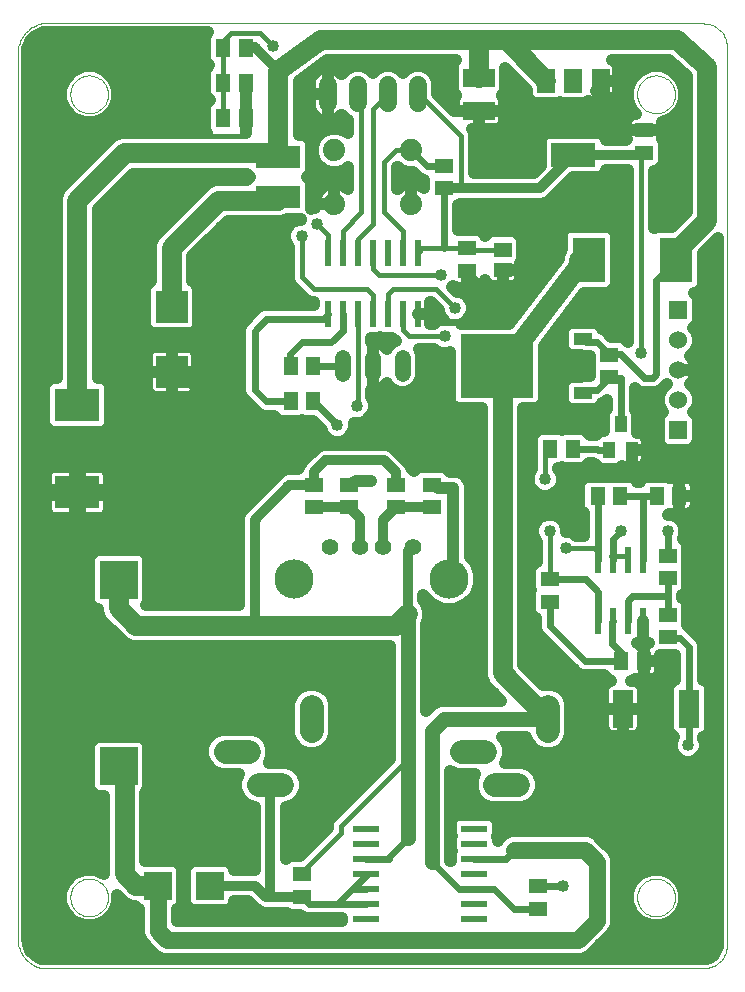
<source format=gtl>
G75*
G70*
%OFA0B0*%
%FSLAX24Y24*%
%IPPOS*%
%LPD*%
%AMOC8*
5,1,8,0,0,1.08239X$1,22.5*
%
%ADD10C,0.0000*%
%ADD11C,0.0787*%
%ADD12C,0.1306*%
%ADD13C,0.0554*%
%ADD14C,0.0520*%
%ADD15R,0.0600X0.0600*%
%ADD16C,0.0600*%
%ADD17R,0.1063X0.1063*%
%ADD18R,0.0591X0.0512*%
%ADD19R,0.0512X0.0591*%
%ADD20C,0.0740*%
%ADD21R,0.1500X0.0760*%
%ADD22R,0.0236X0.0866*%
%ADD23R,0.0866X0.0236*%
%ADD24R,0.1260X0.1260*%
%ADD25R,0.2441X0.2126*%
%ADD26R,0.0630X0.0394*%
%ADD27R,0.0394X0.0551*%
%ADD28R,0.0709X0.1260*%
%ADD29C,0.0600*%
%ADD30R,0.0591X0.0787*%
%ADD31R,0.1496X0.0787*%
%ADD32R,0.1102X0.1496*%
%ADD33R,0.1496X0.1102*%
%ADD34R,0.1063X0.0630*%
%ADD35R,0.0945X0.0945*%
%ADD36C,0.0160*%
%ADD37C,0.0240*%
%ADD38C,0.0320*%
%ADD39C,0.0150*%
%ADD40C,0.0400*%
%ADD41C,0.0400*%
%ADD42C,0.0660*%
%ADD43C,0.0500*%
%ADD44C,0.0560*%
D10*
X015719Y008027D02*
X015719Y037160D01*
X015718Y037160D02*
X015708Y037220D01*
X015702Y037280D01*
X015699Y037341D01*
X015700Y037401D01*
X015704Y037462D01*
X015713Y037522D01*
X015724Y037581D01*
X015740Y037640D01*
X015759Y037698D01*
X015781Y037754D01*
X015807Y037809D01*
X015836Y037862D01*
X015868Y037914D01*
X015903Y037963D01*
X015941Y038011D01*
X015982Y038055D01*
X016025Y038098D01*
X016071Y038137D01*
X016119Y038174D01*
X016170Y038208D01*
X016222Y038238D01*
X016276Y038266D01*
X016332Y038290D01*
X016389Y038311D01*
X016447Y038328D01*
X016506Y038342D01*
X038553Y038342D01*
X038553Y038341D02*
X038607Y038339D01*
X038660Y038334D01*
X038713Y038325D01*
X038765Y038312D01*
X038817Y038296D01*
X038867Y038276D01*
X038915Y038253D01*
X038962Y038226D01*
X039007Y038197D01*
X039050Y038164D01*
X039090Y038129D01*
X039128Y038091D01*
X039163Y038051D01*
X039196Y038008D01*
X039225Y037963D01*
X039252Y037916D01*
X039275Y037868D01*
X039295Y037818D01*
X039311Y037766D01*
X039324Y037714D01*
X039333Y037661D01*
X039338Y037608D01*
X039340Y037554D01*
X039341Y037554D02*
X039341Y007633D01*
X039340Y007633D02*
X039338Y007579D01*
X039333Y007526D01*
X039324Y007473D01*
X039311Y007421D01*
X039295Y007369D01*
X039275Y007319D01*
X039252Y007271D01*
X039225Y007224D01*
X039196Y007179D01*
X039163Y007136D01*
X039128Y007096D01*
X039090Y007058D01*
X039050Y007023D01*
X039007Y006990D01*
X038962Y006961D01*
X038915Y006934D01*
X038867Y006911D01*
X038817Y006891D01*
X038765Y006875D01*
X038713Y006862D01*
X038660Y006853D01*
X038607Y006848D01*
X038553Y006846D01*
X016506Y006846D01*
X016506Y006845D02*
X016447Y006859D01*
X016389Y006876D01*
X016332Y006897D01*
X016276Y006921D01*
X016222Y006949D01*
X016170Y006979D01*
X016119Y007013D01*
X016071Y007050D01*
X016025Y007089D01*
X015982Y007132D01*
X015941Y007176D01*
X015903Y007224D01*
X015868Y007273D01*
X015836Y007325D01*
X015807Y007378D01*
X015781Y007433D01*
X015759Y007489D01*
X015740Y007547D01*
X015724Y007606D01*
X015713Y007665D01*
X015704Y007725D01*
X015700Y007786D01*
X015699Y007846D01*
X015702Y007907D01*
X015708Y007967D01*
X015718Y008027D01*
X017451Y009208D02*
X017453Y009258D01*
X017459Y009308D01*
X017469Y009357D01*
X017483Y009405D01*
X017500Y009452D01*
X017521Y009497D01*
X017546Y009541D01*
X017574Y009582D01*
X017606Y009621D01*
X017640Y009658D01*
X017677Y009692D01*
X017717Y009722D01*
X017759Y009749D01*
X017803Y009773D01*
X017849Y009794D01*
X017896Y009810D01*
X017944Y009823D01*
X017994Y009832D01*
X018043Y009837D01*
X018094Y009838D01*
X018144Y009835D01*
X018193Y009828D01*
X018242Y009817D01*
X018290Y009802D01*
X018336Y009784D01*
X018381Y009762D01*
X018424Y009736D01*
X018465Y009707D01*
X018504Y009675D01*
X018540Y009640D01*
X018572Y009602D01*
X018602Y009562D01*
X018629Y009519D01*
X018652Y009475D01*
X018671Y009429D01*
X018687Y009381D01*
X018699Y009332D01*
X018707Y009283D01*
X018711Y009233D01*
X018711Y009183D01*
X018707Y009133D01*
X018699Y009084D01*
X018687Y009035D01*
X018671Y008987D01*
X018652Y008941D01*
X018629Y008897D01*
X018602Y008854D01*
X018572Y008814D01*
X018540Y008776D01*
X018504Y008741D01*
X018465Y008709D01*
X018424Y008680D01*
X018381Y008654D01*
X018336Y008632D01*
X018290Y008614D01*
X018242Y008599D01*
X018193Y008588D01*
X018144Y008581D01*
X018094Y008578D01*
X018043Y008579D01*
X017994Y008584D01*
X017944Y008593D01*
X017896Y008606D01*
X017849Y008622D01*
X017803Y008643D01*
X017759Y008667D01*
X017717Y008694D01*
X017677Y008724D01*
X017640Y008758D01*
X017606Y008795D01*
X017574Y008834D01*
X017546Y008875D01*
X017521Y008919D01*
X017500Y008964D01*
X017483Y009011D01*
X017469Y009059D01*
X017459Y009108D01*
X017453Y009158D01*
X017451Y009208D01*
X036349Y009208D02*
X036351Y009258D01*
X036357Y009308D01*
X036367Y009357D01*
X036381Y009405D01*
X036398Y009452D01*
X036419Y009497D01*
X036444Y009541D01*
X036472Y009582D01*
X036504Y009621D01*
X036538Y009658D01*
X036575Y009692D01*
X036615Y009722D01*
X036657Y009749D01*
X036701Y009773D01*
X036747Y009794D01*
X036794Y009810D01*
X036842Y009823D01*
X036892Y009832D01*
X036941Y009837D01*
X036992Y009838D01*
X037042Y009835D01*
X037091Y009828D01*
X037140Y009817D01*
X037188Y009802D01*
X037234Y009784D01*
X037279Y009762D01*
X037322Y009736D01*
X037363Y009707D01*
X037402Y009675D01*
X037438Y009640D01*
X037470Y009602D01*
X037500Y009562D01*
X037527Y009519D01*
X037550Y009475D01*
X037569Y009429D01*
X037585Y009381D01*
X037597Y009332D01*
X037605Y009283D01*
X037609Y009233D01*
X037609Y009183D01*
X037605Y009133D01*
X037597Y009084D01*
X037585Y009035D01*
X037569Y008987D01*
X037550Y008941D01*
X037527Y008897D01*
X037500Y008854D01*
X037470Y008814D01*
X037438Y008776D01*
X037402Y008741D01*
X037363Y008709D01*
X037322Y008680D01*
X037279Y008654D01*
X037234Y008632D01*
X037188Y008614D01*
X037140Y008599D01*
X037091Y008588D01*
X037042Y008581D01*
X036992Y008578D01*
X036941Y008579D01*
X036892Y008584D01*
X036842Y008593D01*
X036794Y008606D01*
X036747Y008622D01*
X036701Y008643D01*
X036657Y008667D01*
X036615Y008694D01*
X036575Y008724D01*
X036538Y008758D01*
X036504Y008795D01*
X036472Y008834D01*
X036444Y008875D01*
X036419Y008919D01*
X036398Y008964D01*
X036381Y009011D01*
X036367Y009059D01*
X036357Y009108D01*
X036351Y009158D01*
X036349Y009208D01*
X036349Y035979D02*
X036351Y036029D01*
X036357Y036079D01*
X036367Y036128D01*
X036381Y036176D01*
X036398Y036223D01*
X036419Y036268D01*
X036444Y036312D01*
X036472Y036353D01*
X036504Y036392D01*
X036538Y036429D01*
X036575Y036463D01*
X036615Y036493D01*
X036657Y036520D01*
X036701Y036544D01*
X036747Y036565D01*
X036794Y036581D01*
X036842Y036594D01*
X036892Y036603D01*
X036941Y036608D01*
X036992Y036609D01*
X037042Y036606D01*
X037091Y036599D01*
X037140Y036588D01*
X037188Y036573D01*
X037234Y036555D01*
X037279Y036533D01*
X037322Y036507D01*
X037363Y036478D01*
X037402Y036446D01*
X037438Y036411D01*
X037470Y036373D01*
X037500Y036333D01*
X037527Y036290D01*
X037550Y036246D01*
X037569Y036200D01*
X037585Y036152D01*
X037597Y036103D01*
X037605Y036054D01*
X037609Y036004D01*
X037609Y035954D01*
X037605Y035904D01*
X037597Y035855D01*
X037585Y035806D01*
X037569Y035758D01*
X037550Y035712D01*
X037527Y035668D01*
X037500Y035625D01*
X037470Y035585D01*
X037438Y035547D01*
X037402Y035512D01*
X037363Y035480D01*
X037322Y035451D01*
X037279Y035425D01*
X037234Y035403D01*
X037188Y035385D01*
X037140Y035370D01*
X037091Y035359D01*
X037042Y035352D01*
X036992Y035349D01*
X036941Y035350D01*
X036892Y035355D01*
X036842Y035364D01*
X036794Y035377D01*
X036747Y035393D01*
X036701Y035414D01*
X036657Y035438D01*
X036615Y035465D01*
X036575Y035495D01*
X036538Y035529D01*
X036504Y035566D01*
X036472Y035605D01*
X036444Y035646D01*
X036419Y035690D01*
X036398Y035735D01*
X036381Y035782D01*
X036367Y035830D01*
X036357Y035879D01*
X036351Y035929D01*
X036349Y035979D01*
X017451Y035979D02*
X017453Y036029D01*
X017459Y036079D01*
X017469Y036128D01*
X017483Y036176D01*
X017500Y036223D01*
X017521Y036268D01*
X017546Y036312D01*
X017574Y036353D01*
X017606Y036392D01*
X017640Y036429D01*
X017677Y036463D01*
X017717Y036493D01*
X017759Y036520D01*
X017803Y036544D01*
X017849Y036565D01*
X017896Y036581D01*
X017944Y036594D01*
X017994Y036603D01*
X018043Y036608D01*
X018094Y036609D01*
X018144Y036606D01*
X018193Y036599D01*
X018242Y036588D01*
X018290Y036573D01*
X018336Y036555D01*
X018381Y036533D01*
X018424Y036507D01*
X018465Y036478D01*
X018504Y036446D01*
X018540Y036411D01*
X018572Y036373D01*
X018602Y036333D01*
X018629Y036290D01*
X018652Y036246D01*
X018671Y036200D01*
X018687Y036152D01*
X018699Y036103D01*
X018707Y036054D01*
X018711Y036004D01*
X018711Y035954D01*
X018707Y035904D01*
X018699Y035855D01*
X018687Y035806D01*
X018671Y035758D01*
X018652Y035712D01*
X018629Y035668D01*
X018602Y035625D01*
X018572Y035585D01*
X018540Y035547D01*
X018504Y035512D01*
X018465Y035480D01*
X018424Y035451D01*
X018381Y035425D01*
X018336Y035403D01*
X018290Y035385D01*
X018242Y035370D01*
X018193Y035359D01*
X018144Y035352D01*
X018094Y035349D01*
X018043Y035350D01*
X017994Y035355D01*
X017944Y035364D01*
X017896Y035377D01*
X017849Y035393D01*
X017803Y035414D01*
X017759Y035438D01*
X017717Y035465D01*
X017677Y035495D01*
X017640Y035529D01*
X017606Y035566D01*
X017574Y035605D01*
X017546Y035646D01*
X017521Y035690D01*
X017500Y035735D01*
X017483Y035782D01*
X017469Y035830D01*
X017459Y035879D01*
X017453Y035929D01*
X017451Y035979D01*
D11*
X025500Y015558D02*
X025500Y014771D01*
X024516Y012960D02*
X023729Y012960D01*
X023414Y014062D02*
X022626Y014062D01*
X030500Y014062D02*
X031288Y014062D01*
X031603Y012960D02*
X032390Y012960D01*
X033374Y014771D02*
X033374Y015558D01*
D12*
X030077Y019834D03*
X024904Y019834D03*
D13*
X026112Y020901D03*
X027097Y020901D03*
X027884Y020901D03*
X028868Y020901D03*
D14*
X028530Y026664D02*
X028530Y027184D01*
X027530Y027184D02*
X027530Y026664D01*
X026530Y026664D02*
X026530Y027184D01*
D15*
X037715Y028790D03*
X037715Y024790D03*
D16*
X037715Y025790D03*
X037715Y026790D03*
X037715Y027790D03*
D17*
X020837Y026727D03*
X020837Y028893D03*
D18*
X025561Y022968D03*
X025561Y022220D03*
X026742Y022220D03*
X026742Y022968D03*
X028317Y022968D03*
X028317Y022220D03*
X029498Y022220D03*
X029498Y022968D03*
X033435Y019818D03*
X033435Y019070D03*
X037372Y018637D03*
X037372Y017889D03*
X037372Y019857D03*
X037372Y020605D03*
X035404Y026550D03*
X035404Y027298D03*
X031860Y030133D03*
X031860Y030802D03*
X030679Y030842D03*
X030679Y030094D03*
X029892Y032849D03*
X029892Y033598D03*
X036585Y034031D03*
X036585Y034779D03*
X033042Y009582D03*
X033042Y008834D03*
X025168Y009227D03*
X025168Y009975D03*
D19*
X035817Y017082D03*
X036565Y017082D03*
X036998Y022594D03*
X037746Y022594D03*
X035778Y022594D03*
X035030Y022594D03*
X034203Y024168D03*
X033455Y024168D03*
X025542Y025743D03*
X024794Y025743D03*
X024794Y026924D03*
X025542Y026924D03*
X023298Y035192D03*
X022549Y035192D03*
X022549Y036373D03*
X023298Y036373D03*
X023298Y037515D03*
X022549Y037515D03*
D20*
X026250Y034113D03*
X026250Y032333D03*
X028810Y032333D03*
X028810Y034113D03*
D21*
X024380Y033893D03*
X024380Y032554D03*
D22*
X026030Y030704D03*
X026530Y030704D03*
X027030Y030704D03*
X027530Y030704D03*
X028030Y030704D03*
X028530Y030704D03*
X029030Y030704D03*
X029030Y028657D03*
X028530Y028657D03*
X028030Y028657D03*
X027530Y028657D03*
X027030Y028657D03*
X026530Y028657D03*
X026030Y028657D03*
X035048Y020468D03*
X035548Y020468D03*
X036048Y020468D03*
X036548Y020468D03*
X036548Y018420D03*
X036048Y018420D03*
X035548Y018420D03*
X035048Y018420D03*
D23*
X030916Y011495D03*
X030916Y010995D03*
X030916Y010495D03*
X030916Y009995D03*
X030916Y009495D03*
X030916Y008995D03*
X030916Y008495D03*
X027294Y008495D03*
X027294Y008995D03*
X027294Y009495D03*
X027294Y009995D03*
X027294Y010495D03*
X027294Y010995D03*
X027294Y011495D03*
D24*
X019065Y013578D03*
X019065Y019798D03*
D25*
X031664Y026924D03*
D26*
X034538Y026027D03*
X034538Y027822D03*
D27*
X035798Y024995D03*
X036172Y024129D03*
X035423Y024129D03*
D28*
X035876Y015507D03*
X038081Y015507D03*
D29*
X029030Y035679D02*
X029030Y036279D01*
X028030Y036279D02*
X028030Y035679D01*
X027030Y035679D02*
X027030Y036279D01*
X026030Y036279D02*
X026030Y035679D01*
D30*
X033317Y036432D03*
X034223Y036432D03*
X035128Y036432D03*
D31*
X034223Y033952D03*
D32*
X034735Y030468D03*
X037648Y030468D03*
D33*
X017687Y025625D03*
X017687Y022712D03*
D34*
X031073Y035428D03*
X031073Y036531D03*
D35*
X022097Y009601D03*
X020364Y009601D03*
D36*
X033435Y019818D02*
X033435Y021412D01*
X033278Y023145D02*
X033278Y023991D01*
X033455Y024168D01*
X029931Y027909D02*
X028750Y027909D01*
X028530Y028129D01*
X028530Y028657D01*
X028030Y028657D02*
X028030Y029314D01*
X028199Y029483D01*
X029656Y029483D01*
X030286Y028853D01*
X029813Y029956D02*
X027727Y029956D01*
X027530Y030153D01*
X027530Y030704D01*
X027030Y030704D02*
X027030Y031149D01*
X027530Y031649D01*
X027530Y035479D01*
X028030Y035979D01*
X027136Y035873D02*
X027030Y035979D01*
X027136Y035873D02*
X027136Y032042D01*
X026530Y031436D01*
X026530Y030704D01*
X026030Y030704D02*
X026030Y031298D01*
X025679Y031649D01*
X025168Y031255D02*
X025168Y029877D01*
X025561Y029483D01*
X027333Y029483D01*
X027530Y029286D01*
X027530Y028657D01*
X027030Y028657D02*
X027030Y025991D01*
X027018Y025586D01*
X028530Y030704D02*
X028530Y031436D01*
X027923Y032042D01*
X027923Y033720D01*
X028317Y034113D01*
X028810Y034113D01*
X029187Y030861D02*
X029030Y030704D01*
X029187Y030861D02*
X029892Y030861D01*
X030679Y030861D01*
X030679Y030842D01*
X030719Y030802D01*
X031860Y030802D01*
X024223Y037594D02*
X023790Y038027D01*
X022805Y038027D01*
X022549Y037771D01*
X022549Y037515D01*
X022549Y036373D01*
X022549Y035192D01*
X023160Y034601D02*
X020443Y034601D01*
X019971Y035074D01*
X023160Y034601D02*
X023298Y034739D01*
X023298Y036373D01*
D37*
X028810Y034113D02*
X029326Y033598D01*
X029892Y033598D01*
X029892Y032849D02*
X029892Y030861D01*
X030679Y030094D02*
X031309Y029464D01*
X031309Y029129D01*
X030916Y028735D01*
X030916Y028499D01*
X030798Y028381D01*
X029971Y028381D01*
X029892Y028460D01*
X029892Y028499D01*
X029735Y028657D01*
X029030Y028657D01*
X026530Y028657D02*
X026530Y028090D01*
X026152Y027712D01*
X025168Y027712D01*
X024774Y027318D01*
X024774Y026944D01*
X024794Y026924D01*
X025542Y026924D02*
X026530Y026924D01*
X025561Y025743D02*
X026349Y024956D01*
X025561Y025743D02*
X025542Y025743D01*
X024794Y025743D02*
X023986Y025743D01*
X023593Y026137D01*
X023593Y028105D01*
X023986Y028499D01*
X025872Y028499D01*
X026030Y028657D01*
X032648Y031649D02*
X033042Y031649D01*
X034420Y030468D02*
X034735Y030468D01*
X036979Y029798D02*
X037648Y030468D01*
X036979Y029798D02*
X036979Y026649D01*
X036860Y026531D01*
X036585Y026531D01*
X035798Y027318D01*
X035423Y027318D01*
X035404Y027298D01*
X035404Y027318D01*
X035010Y027712D01*
X034648Y027712D01*
X034538Y027822D01*
X035404Y026550D02*
X035404Y026531D01*
X035798Y026531D01*
X035798Y024995D01*
X035423Y024129D02*
X035049Y024129D01*
X035010Y024168D01*
X034203Y024168D01*
X035030Y022594D02*
X035030Y020485D01*
X035048Y020468D01*
X035548Y020468D02*
X035548Y021162D01*
X035798Y021412D01*
X036548Y020468D02*
X036548Y022556D01*
X036585Y022594D01*
X035778Y022594D01*
X036585Y022594D02*
X036998Y022594D01*
X037372Y021412D02*
X037372Y020605D01*
X037372Y019857D02*
X037372Y019247D01*
X036191Y019247D01*
X036048Y019103D01*
X036048Y018420D01*
X035548Y018420D02*
X035522Y018395D01*
X035522Y017672D01*
X035817Y017377D01*
X035817Y017082D01*
X034616Y017082D01*
X033435Y018263D01*
X033435Y019070D01*
X033435Y019818D02*
X034636Y019818D01*
X035048Y019407D01*
X035048Y018420D01*
X037372Y018637D02*
X037372Y019247D01*
X037372Y017889D02*
X037392Y017869D01*
X037766Y017869D01*
X038081Y017554D01*
X038081Y015507D01*
X038081Y014326D01*
X038042Y014286D01*
X033868Y009601D02*
X033849Y009582D01*
X033042Y009582D01*
X033042Y008834D02*
X033022Y008814D01*
X032254Y008814D01*
X031573Y009495D01*
X030916Y009495D01*
X030392Y009495D01*
X029498Y010389D01*
X028711Y011176D02*
X028081Y010546D01*
X028081Y010507D01*
X028069Y010495D01*
X027294Y010495D01*
X027294Y009995D02*
X027294Y009940D01*
X026849Y009495D01*
X026349Y008995D01*
X025400Y008995D01*
X025168Y009227D01*
X026349Y008995D02*
X027294Y008995D01*
X027294Y009495D02*
X026849Y009495D01*
X030916Y010495D02*
X031967Y010495D01*
X032254Y010783D01*
X034538Y026027D02*
X034648Y026137D01*
X035010Y026137D01*
X035404Y026531D01*
D38*
X033120Y032849D02*
X030469Y032849D01*
X029892Y032849D01*
X033120Y032849D02*
X034223Y033952D01*
X036506Y033952D01*
X036585Y034031D01*
X027923Y023775D02*
X025955Y023775D01*
X025561Y023381D01*
X025561Y022968D01*
X024754Y022968D01*
X023593Y021806D01*
X023593Y018263D01*
X027097Y020901D02*
X027097Y021865D01*
X026742Y022220D01*
X025561Y022220D01*
X027884Y021786D02*
X027884Y020901D01*
X028711Y020743D02*
X028868Y020901D01*
X028711Y020743D02*
X028711Y018657D01*
X027884Y021786D02*
X028317Y022220D01*
X029498Y022220D01*
X028317Y022968D02*
X028317Y023381D01*
X027923Y023775D01*
X024122Y012960D02*
X024122Y009344D01*
X023986Y009208D01*
X025148Y009208D01*
X025168Y009227D01*
X023986Y009208D02*
X023593Y009601D01*
X022097Y009601D01*
X024380Y036767D02*
X023593Y037554D01*
X023298Y037515D01*
D39*
X029030Y035979D02*
X029219Y035846D01*
X030469Y034596D01*
X030469Y032849D01*
X030469Y032846D01*
X036469Y033846D02*
X036469Y027346D01*
X036469Y033846D02*
X036585Y034031D01*
X034969Y020846D02*
X033969Y020846D01*
X034969Y020846D02*
X035048Y020468D01*
X035469Y020596D02*
X035548Y020468D01*
X035469Y020596D02*
X035969Y020596D01*
X036048Y020468D01*
X028711Y013596D02*
X028469Y013596D01*
X026469Y011596D01*
X026469Y011346D01*
X025219Y010096D01*
X025168Y009975D01*
D40*
X033868Y009601D03*
X038042Y014286D03*
X033969Y020846D03*
X033435Y021412D03*
X033278Y023145D03*
X035798Y021412D03*
X037372Y021412D03*
X036469Y027346D03*
X032648Y031649D03*
X029813Y029956D03*
X030286Y028853D03*
X029931Y027909D03*
X027018Y025586D03*
X026349Y024956D03*
X027469Y023096D03*
X025168Y031255D03*
X025679Y031649D03*
X024223Y037594D03*
D41*
X025060Y036419D02*
X026017Y037110D01*
X030312Y037110D01*
X030245Y037044D01*
X030192Y036915D01*
X030192Y036146D01*
X030245Y036017D01*
X030318Y035944D01*
X030309Y035934D01*
X030276Y035885D01*
X030253Y035831D01*
X030242Y035773D01*
X030242Y035428D01*
X030242Y035424D01*
X029680Y035986D01*
X029680Y036409D01*
X029581Y036648D01*
X029398Y036830D01*
X029159Y036929D01*
X028900Y036929D01*
X028662Y036830D01*
X028530Y036699D01*
X028398Y036830D01*
X028159Y036929D01*
X027900Y036929D01*
X027662Y036830D01*
X027530Y036699D01*
X027398Y036830D01*
X027159Y036929D01*
X026900Y036929D01*
X026662Y036830D01*
X026493Y036662D01*
X026487Y036670D01*
X026421Y036737D01*
X026344Y036793D01*
X026260Y036835D01*
X026170Y036865D01*
X026077Y036879D01*
X026030Y036879D01*
X026030Y035979D01*
X026030Y035079D01*
X026077Y035079D01*
X026170Y035094D01*
X026260Y035123D01*
X026344Y035166D01*
X026421Y035222D01*
X026487Y035289D01*
X026493Y035297D01*
X026662Y035128D01*
X026706Y035110D01*
X026706Y034675D01*
X026658Y034724D01*
X026393Y034833D01*
X026107Y034833D01*
X025842Y034724D01*
X025639Y034521D01*
X025530Y034257D01*
X025530Y033970D01*
X025639Y033706D01*
X025842Y033503D01*
X026107Y033393D01*
X026393Y033393D01*
X026658Y033503D01*
X026706Y033552D01*
X026706Y032825D01*
X026692Y032838D01*
X026623Y032892D01*
X026547Y032936D01*
X026466Y032969D01*
X026381Y032992D01*
X026294Y033003D01*
X026250Y033003D01*
X026250Y032334D01*
X026250Y032334D01*
X026250Y033003D01*
X026206Y033003D01*
X026119Y032992D01*
X026034Y032969D01*
X025953Y032936D01*
X025877Y032892D01*
X025807Y032838D01*
X025745Y032776D01*
X025692Y032707D01*
X025648Y032630D01*
X025614Y032549D01*
X025591Y032464D01*
X025580Y032377D01*
X025580Y032333D01*
X025580Y032290D01*
X025591Y032203D01*
X025592Y032199D01*
X025570Y032199D01*
X025480Y032161D01*
X025480Y033004D01*
X025427Y033132D01*
X025336Y033223D01*
X025427Y033315D01*
X025480Y033443D01*
X025480Y034342D01*
X025565Y034342D01*
X025480Y034342D02*
X025427Y034471D01*
X025328Y034569D01*
X025200Y034623D01*
X025060Y034623D01*
X025060Y036419D01*
X025060Y036335D02*
X025431Y036335D01*
X025430Y036327D02*
X025430Y035979D01*
X025430Y035632D01*
X025445Y035539D01*
X025474Y035449D01*
X025517Y035365D01*
X025572Y035289D01*
X025639Y035222D01*
X025715Y035166D01*
X025799Y035123D01*
X025889Y035094D01*
X025983Y035079D01*
X026030Y035079D01*
X026030Y035979D01*
X026030Y035979D01*
X025430Y035979D01*
X026030Y035979D01*
X026030Y035979D01*
X026030Y035979D01*
X026030Y036879D01*
X025983Y036879D01*
X025889Y036865D01*
X025799Y036835D01*
X025715Y036793D01*
X025639Y036737D01*
X025572Y036670D01*
X025517Y036594D01*
X025474Y036510D01*
X025445Y036420D01*
X025430Y036327D01*
X025430Y035936D02*
X025060Y035936D01*
X025060Y035538D02*
X025445Y035538D01*
X025769Y035139D02*
X025060Y035139D01*
X025060Y034741D02*
X025882Y034741D01*
X026030Y035139D02*
X026030Y035139D01*
X026291Y035139D02*
X026651Y035139D01*
X026617Y034741D02*
X026706Y034741D01*
X026030Y035538D02*
X026030Y035538D01*
X026030Y035936D02*
X026030Y035936D01*
X026030Y036335D02*
X026030Y036335D01*
X026030Y036733D02*
X026030Y036733D01*
X026425Y036733D02*
X026564Y036733D01*
X025635Y036733D02*
X025495Y036733D01*
X027495Y036733D02*
X027564Y036733D01*
X028495Y036733D02*
X028564Y036733D01*
X029495Y036733D02*
X030192Y036733D01*
X030192Y036335D02*
X029680Y036335D01*
X029729Y035936D02*
X030310Y035936D01*
X030242Y035538D02*
X030128Y035538D01*
X030242Y035428D02*
X031073Y035428D01*
X031073Y035428D01*
X031073Y034813D01*
X030839Y034813D01*
X030894Y034680D01*
X030894Y033359D01*
X032909Y033359D01*
X033125Y033575D01*
X033125Y034415D01*
X033178Y034544D01*
X033276Y034642D01*
X033405Y034696D01*
X035040Y034696D01*
X035169Y034642D01*
X035267Y034544D01*
X035301Y034462D01*
X035983Y034462D01*
X035992Y034482D01*
X035990Y034493D01*
X035990Y034779D01*
X036585Y034779D01*
X037180Y034779D01*
X037180Y035056D01*
X037505Y035191D01*
X037767Y035453D01*
X037909Y035794D01*
X037909Y036164D01*
X037767Y036506D01*
X037505Y036768D01*
X037164Y036909D01*
X036794Y036909D01*
X036452Y036768D01*
X036190Y036506D01*
X036049Y036164D01*
X036049Y035794D01*
X036190Y035453D01*
X036308Y035335D01*
X036260Y035335D01*
X036202Y035323D01*
X036148Y035300D01*
X036098Y035268D01*
X036057Y035226D01*
X036024Y035177D01*
X036001Y035122D01*
X035990Y035064D01*
X035990Y034779D01*
X036585Y034779D01*
X036585Y034779D01*
X036585Y034779D01*
X037180Y034779D01*
X037180Y034493D01*
X037178Y034482D01*
X037230Y034356D01*
X037230Y033705D01*
X037177Y033576D01*
X037078Y033478D01*
X036950Y033425D01*
X036894Y033425D01*
X036894Y031508D01*
X036898Y031512D01*
X037027Y031566D01*
X037509Y031566D01*
X037992Y032048D01*
X037992Y036587D01*
X037422Y037110D01*
X035520Y037110D01*
X035566Y037092D01*
X035615Y037059D01*
X035657Y037017D01*
X035689Y036968D01*
X035712Y036913D01*
X035723Y036855D01*
X035723Y036432D01*
X035128Y036432D01*
X035128Y036432D01*
X035128Y035738D01*
X034803Y035738D01*
X034745Y035750D01*
X034731Y035756D01*
X034716Y035742D01*
X034588Y035688D01*
X033858Y035688D01*
X033770Y035725D01*
X033682Y035688D01*
X032952Y035688D01*
X032824Y035742D01*
X032725Y035840D01*
X032672Y035969D01*
X032672Y036121D01*
X031955Y036859D01*
X031955Y036146D01*
X031901Y036017D01*
X031828Y035944D01*
X031838Y035934D01*
X031870Y035885D01*
X031893Y035831D01*
X031905Y035773D01*
X031905Y035428D01*
X031073Y035428D01*
X030242Y035428D01*
X030969Y035346D02*
X031073Y035346D01*
X031073Y035428D02*
X031073Y034813D01*
X031634Y034813D01*
X031692Y034825D01*
X031747Y034847D01*
X031796Y034880D01*
X031838Y034922D01*
X031870Y034971D01*
X031893Y035026D01*
X031905Y035084D01*
X031905Y035428D01*
X031073Y035428D01*
X031073Y035428D01*
X031073Y035428D01*
X030969Y035346D01*
X031073Y035139D02*
X031073Y035139D01*
X030869Y034741D02*
X035990Y034741D01*
X036008Y035139D02*
X031905Y035139D01*
X031905Y035538D02*
X036155Y035538D01*
X036049Y035936D02*
X035706Y035936D01*
X035712Y035951D02*
X035723Y036009D01*
X035723Y036432D01*
X035128Y036432D01*
X035128Y035738D01*
X035453Y035738D01*
X035469Y035846D01*
X035511Y035750D02*
X035453Y035738D01*
X035511Y035750D02*
X035566Y035773D01*
X035615Y035805D01*
X035657Y035847D01*
X035689Y035896D01*
X035712Y035951D01*
X035723Y036335D02*
X036119Y036335D01*
X036417Y036733D02*
X035723Y036733D01*
X035128Y036432D02*
X035128Y036432D01*
X034969Y036096D01*
X035128Y036096D01*
X035128Y035936D02*
X035128Y035936D01*
X035128Y036335D02*
X035128Y036335D01*
X037180Y034741D02*
X037992Y034741D01*
X037992Y035139D02*
X037380Y035139D01*
X037802Y035538D02*
X037992Y035538D01*
X037992Y035936D02*
X037909Y035936D01*
X037838Y036335D02*
X037992Y036335D01*
X037832Y036733D02*
X037540Y036733D01*
X037230Y034342D02*
X037992Y034342D01*
X037992Y033944D02*
X037230Y033944D01*
X037146Y033545D02*
X037992Y033545D01*
X037992Y033147D02*
X036894Y033147D01*
X036894Y032748D02*
X037992Y032748D01*
X037992Y032350D02*
X036894Y032350D01*
X036894Y031951D02*
X037894Y031951D01*
X036996Y031553D02*
X036894Y031553D01*
X036044Y031553D02*
X035387Y031553D01*
X035355Y031566D02*
X034114Y031566D01*
X033985Y031512D01*
X033887Y031414D01*
X033833Y031285D01*
X033833Y030829D01*
X033740Y030603D01*
X033740Y030501D01*
X032085Y028337D01*
X030477Y028337D01*
X030597Y028387D01*
X030752Y028542D01*
X030836Y028744D01*
X030836Y028963D01*
X030752Y029165D01*
X030597Y029320D01*
X030395Y029403D01*
X030344Y029403D01*
X030191Y029556D01*
X030221Y029586D01*
X030242Y029572D01*
X030297Y029549D01*
X030355Y029538D01*
X030679Y029538D01*
X030679Y030094D01*
X030679Y030094D01*
X030679Y029538D01*
X031004Y029538D01*
X031062Y029549D01*
X031117Y029572D01*
X031166Y029605D01*
X031208Y029646D01*
X031241Y029696D01*
X031263Y029750D01*
X031274Y029804D01*
X031277Y029790D01*
X031299Y029735D01*
X031332Y029686D01*
X031374Y029644D01*
X031423Y029611D01*
X031478Y029589D01*
X031536Y029577D01*
X031860Y029577D01*
X031860Y030133D01*
X031861Y030133D01*
X032456Y030133D01*
X032456Y030356D01*
X032506Y030477D01*
X032506Y031128D01*
X032452Y031256D01*
X032354Y031355D01*
X032225Y031408D01*
X031496Y031408D01*
X031367Y031355D01*
X031282Y031270D01*
X031271Y031296D01*
X031173Y031394D01*
X031044Y031448D01*
X030362Y031448D01*
X030362Y032287D01*
X030386Y032297D01*
X030428Y032339D01*
X033222Y032339D01*
X033409Y032417D01*
X034200Y033208D01*
X035040Y033208D01*
X035169Y033261D01*
X035267Y033360D01*
X035301Y033442D01*
X036044Y033442D01*
X036044Y027725D01*
X036000Y027743D01*
X035996Y027752D01*
X035897Y027851D01*
X035769Y027904D01*
X035482Y027904D01*
X035409Y027978D01*
X035276Y028110D01*
X035176Y028151D01*
X035149Y028217D01*
X035051Y028315D01*
X034922Y028369D01*
X034153Y028369D01*
X034024Y028315D01*
X033926Y028217D01*
X033873Y028088D01*
X033873Y027555D01*
X033926Y027427D01*
X034024Y027328D01*
X034153Y027275D01*
X034474Y027275D01*
X034554Y027242D01*
X034759Y027242D01*
X034759Y026973D01*
X034779Y026924D01*
X034759Y026876D01*
X034759Y026607D01*
X034554Y026607D01*
X034474Y026573D01*
X034153Y026573D01*
X034024Y026520D01*
X033926Y026422D01*
X033873Y026293D01*
X033873Y025760D01*
X033926Y025632D01*
X034024Y025533D01*
X034153Y025480D01*
X034922Y025480D01*
X035051Y025533D01*
X035149Y025632D01*
X035176Y025697D01*
X035276Y025738D01*
X035328Y025790D01*
X035328Y025493D01*
X035304Y025469D01*
X035251Y025340D01*
X035251Y024755D01*
X035157Y024755D01*
X035028Y024701D01*
X034965Y024638D01*
X034765Y024638D01*
X034756Y024662D01*
X034657Y024760D01*
X034529Y024814D01*
X033877Y024814D01*
X033829Y024794D01*
X033781Y024814D01*
X033129Y024814D01*
X033001Y024760D01*
X032902Y024662D01*
X032849Y024533D01*
X032849Y024080D01*
X032848Y024077D01*
X032848Y023493D01*
X032812Y023456D01*
X032728Y023254D01*
X032728Y023035D01*
X032812Y022833D01*
X032966Y022678D01*
X033168Y022595D01*
X033387Y022595D01*
X033589Y022678D01*
X033744Y022833D01*
X033828Y023035D01*
X033828Y023254D01*
X033744Y023456D01*
X033708Y023493D01*
X033708Y023523D01*
X033781Y023523D01*
X033829Y023543D01*
X033877Y023523D01*
X034529Y023523D01*
X034657Y023576D01*
X034756Y023675D01*
X034765Y023698D01*
X034861Y023698D01*
X034923Y023673D01*
X034930Y023655D01*
X035028Y023557D01*
X035157Y023503D01*
X035690Y023503D01*
X035819Y023557D01*
X035845Y023583D01*
X035844Y023583D01*
X035845Y023583D02*
X035887Y023565D01*
X035945Y023553D01*
X036172Y023553D01*
X036398Y023553D01*
X036456Y023565D01*
X036510Y023588D01*
X036560Y023620D01*
X036601Y023662D01*
X036634Y023711D01*
X036657Y023766D01*
X036668Y023824D01*
X036668Y024129D01*
X036668Y024434D01*
X036657Y024492D01*
X036634Y024547D01*
X036601Y024596D01*
X036560Y024638D01*
X036510Y024670D01*
X036456Y024693D01*
X036398Y024705D01*
X036344Y024705D01*
X036344Y025340D01*
X036291Y025469D01*
X036268Y025493D01*
X036268Y026183D01*
X036319Y026132D01*
X036491Y026061D01*
X036954Y026061D01*
X037127Y026132D01*
X037326Y026331D01*
X037332Y026327D01*
X037164Y026159D01*
X037065Y025920D01*
X037065Y025661D01*
X037164Y025422D01*
X037208Y025378D01*
X037118Y025289D01*
X037065Y025160D01*
X037065Y024421D01*
X037118Y024292D01*
X037217Y024194D01*
X037345Y024140D01*
X038084Y024140D01*
X038213Y024194D01*
X038312Y024292D01*
X038365Y024421D01*
X038365Y025160D01*
X038312Y025289D01*
X038222Y025378D01*
X038266Y025422D01*
X038365Y025661D01*
X038365Y025920D01*
X038266Y026159D01*
X038098Y026327D01*
X038106Y026333D01*
X038172Y026400D01*
X038228Y026476D01*
X038271Y026560D01*
X038300Y026650D01*
X038315Y026743D01*
X038315Y026790D01*
X037715Y026790D01*
X037715Y026790D01*
X038315Y026790D01*
X038315Y026838D01*
X038300Y026931D01*
X038271Y027021D01*
X038228Y027105D01*
X038172Y027181D01*
X038106Y027248D01*
X038098Y027254D01*
X038266Y027422D01*
X038365Y027661D01*
X038365Y027920D01*
X038266Y028159D01*
X038222Y028203D01*
X038312Y028292D01*
X038365Y028421D01*
X038365Y029160D01*
X038312Y029289D01*
X038231Y029370D01*
X038269Y029370D01*
X038397Y029423D01*
X038496Y029521D01*
X038549Y029650D01*
X038549Y030683D01*
X039041Y031174D01*
X039041Y007633D01*
X039035Y007557D01*
X038988Y007412D01*
X038898Y007288D01*
X038775Y007199D01*
X038630Y007152D01*
X038553Y007146D01*
X016544Y007146D01*
X016459Y007170D01*
X016267Y007278D01*
X016117Y007439D01*
X016025Y007639D01*
X016000Y007858D01*
X016010Y007947D01*
X016019Y007967D01*
X016019Y007997D01*
X016025Y008026D01*
X016019Y008056D01*
X016019Y037131D01*
X016025Y037161D01*
X016019Y037190D01*
X016019Y037220D01*
X016010Y037240D01*
X016000Y037329D01*
X016025Y037548D01*
X016117Y037748D01*
X016267Y037910D01*
X016459Y038017D01*
X016544Y038042D01*
X022030Y038042D01*
X021997Y038008D01*
X021944Y037880D01*
X021944Y037150D01*
X021997Y037021D01*
X022074Y036944D01*
X021997Y036867D01*
X021944Y036738D01*
X021944Y036008D01*
X021997Y035880D01*
X022094Y035783D01*
X021997Y035686D01*
X021944Y035557D01*
X021944Y034827D01*
X021997Y034698D01*
X022004Y034691D01*
X019127Y034691D01*
X018877Y034587D01*
X018686Y034396D01*
X017111Y032821D01*
X017007Y032571D01*
X017007Y026526D01*
X016870Y026526D01*
X016741Y026473D01*
X016643Y026375D01*
X016589Y026246D01*
X016589Y025004D01*
X016643Y024876D01*
X016741Y024777D01*
X016870Y024724D01*
X018505Y024724D01*
X018634Y024777D01*
X018732Y024876D01*
X018785Y025004D01*
X018785Y026246D01*
X018732Y026375D01*
X018634Y026473D01*
X018505Y026526D01*
X018367Y026526D01*
X018367Y032154D01*
X019544Y033331D01*
X023327Y033331D01*
X023333Y033315D01*
X023425Y033223D01*
X023333Y033132D01*
X023327Y033116D01*
X022276Y033116D01*
X022026Y033013D01*
X021835Y032821D01*
X020260Y031246D01*
X020157Y030997D01*
X020157Y029742D01*
X020107Y029721D01*
X020009Y029623D01*
X019955Y029494D01*
X019955Y028292D01*
X020009Y028163D01*
X020107Y028065D01*
X020236Y028011D01*
X021438Y028011D01*
X021567Y028065D01*
X021665Y028163D01*
X021718Y028292D01*
X021718Y029494D01*
X021665Y029623D01*
X021567Y029721D01*
X021517Y029742D01*
X021517Y030580D01*
X022693Y031756D01*
X024515Y031756D01*
X024680Y031824D01*
X025157Y031824D01*
X025149Y031805D01*
X025058Y031805D01*
X024856Y031721D01*
X024701Y031567D01*
X024618Y031364D01*
X024618Y031146D01*
X024701Y030943D01*
X024738Y030907D01*
X024738Y029792D01*
X024803Y029633D01*
X024924Y029512D01*
X025197Y029240D01*
X025318Y029119D01*
X025476Y029053D01*
X025562Y029053D01*
X025562Y028969D01*
X023893Y028969D01*
X023720Y028898D01*
X023588Y028765D01*
X023194Y028372D01*
X023123Y028199D01*
X023123Y026043D01*
X023194Y025871D01*
X023327Y025738D01*
X023720Y025345D01*
X023893Y025273D01*
X024231Y025273D01*
X024241Y025250D01*
X024339Y025151D01*
X024468Y025098D01*
X025119Y025098D01*
X025168Y025118D01*
X025216Y025098D01*
X025542Y025098D01*
X025802Y024837D01*
X025882Y024644D01*
X026037Y024490D01*
X026239Y024406D01*
X026458Y024406D01*
X026660Y024490D01*
X026815Y024644D01*
X026899Y024846D01*
X026899Y025040D01*
X026909Y025036D01*
X027127Y025036D01*
X027330Y025119D01*
X027484Y025274D01*
X027568Y025476D01*
X027568Y025695D01*
X027484Y025897D01*
X027460Y025922D01*
X027460Y025985D01*
X027462Y026064D01*
X027460Y026070D01*
X027460Y026108D01*
X027486Y026104D01*
X027530Y026104D01*
X027574Y026104D01*
X027661Y026118D01*
X027745Y026145D01*
X027823Y026185D01*
X027895Y026237D01*
X027957Y026299D01*
X027998Y026355D01*
X028013Y026319D01*
X028184Y026147D01*
X028408Y026054D01*
X028651Y026054D01*
X028875Y026147D01*
X029047Y026319D01*
X029140Y026543D01*
X029140Y027306D01*
X029068Y027479D01*
X029584Y027479D01*
X029620Y027442D01*
X029822Y027359D01*
X030041Y027359D01*
X030093Y027380D01*
X030093Y025792D01*
X030146Y025663D01*
X030245Y025565D01*
X030374Y025511D01*
X031180Y025511D01*
X031180Y016543D01*
X031284Y016293D01*
X031813Y015764D01*
X029773Y015764D01*
X029552Y015673D01*
X029383Y015504D01*
X029311Y015432D01*
X029311Y018328D01*
X029391Y018521D01*
X029391Y018792D01*
X029287Y019042D01*
X029221Y019108D01*
X029221Y019280D01*
X029227Y019266D01*
X029509Y018984D01*
X029878Y018831D01*
X030276Y018831D01*
X030645Y018984D01*
X030927Y019266D01*
X031080Y019634D01*
X031080Y020033D01*
X030927Y020402D01*
X030769Y020560D01*
X030769Y022955D01*
X030685Y023157D01*
X030530Y023312D01*
X030328Y023396D01*
X030101Y023396D01*
X030090Y023422D01*
X029992Y023520D01*
X029863Y023573D01*
X029133Y023573D01*
X029005Y023520D01*
X028908Y023423D01*
X028812Y023519D01*
X028750Y023670D01*
X028356Y024064D01*
X028212Y024207D01*
X028025Y024285D01*
X025854Y024285D01*
X025666Y024207D01*
X025272Y023813D01*
X025129Y023670D01*
X025066Y023519D01*
X025025Y023478D01*
X024653Y023478D01*
X024465Y023400D01*
X023160Y022095D01*
X023083Y021908D01*
X023083Y018943D01*
X019965Y018943D01*
X019992Y018970D01*
X020045Y019099D01*
X020045Y020498D01*
X019992Y020626D01*
X019893Y020725D01*
X019765Y020778D01*
X018366Y020778D01*
X018237Y020725D01*
X018139Y020626D01*
X018085Y020498D01*
X018085Y019099D01*
X018139Y018970D01*
X018237Y018872D01*
X018366Y018818D01*
X018385Y018818D01*
X018385Y018718D01*
X018489Y018468D01*
X019079Y017878D01*
X019271Y017686D01*
X019521Y017583D01*
X028111Y017583D01*
X028111Y013839D01*
X028108Y013836D01*
X026108Y011836D01*
X026044Y011680D01*
X026044Y011522D01*
X025104Y010581D01*
X024803Y010581D01*
X024674Y010528D01*
X024632Y010486D01*
X024632Y012216D01*
X024664Y012216D01*
X024937Y012329D01*
X025146Y012538D01*
X025260Y012812D01*
X025260Y013108D01*
X025146Y013381D01*
X024937Y013590D01*
X024664Y013703D01*
X024070Y013703D01*
X024157Y013914D01*
X024157Y014210D01*
X024044Y014483D01*
X023835Y014693D01*
X023562Y014806D01*
X022478Y014806D01*
X022205Y014693D01*
X021996Y014483D01*
X021883Y014210D01*
X021883Y013914D01*
X021996Y013641D01*
X022205Y013432D01*
X022478Y013318D01*
X023072Y013318D01*
X022985Y013108D01*
X022985Y012812D01*
X023098Y012538D01*
X023307Y012329D01*
X023581Y012216D01*
X023612Y012216D01*
X023612Y010111D01*
X022919Y010111D01*
X022919Y010144D01*
X022866Y010272D01*
X022767Y010371D01*
X022639Y010424D01*
X021555Y010424D01*
X021426Y010371D01*
X021328Y010272D01*
X021274Y010144D01*
X021274Y009059D01*
X021328Y008931D01*
X021426Y008832D01*
X021555Y008779D01*
X022639Y008779D01*
X022767Y008832D01*
X022866Y008931D01*
X022919Y009059D01*
X022919Y009091D01*
X023382Y009091D01*
X023554Y008919D01*
X023698Y008775D01*
X023885Y008698D01*
X024651Y008698D01*
X024674Y008675D01*
X024803Y008622D01*
X025109Y008622D01*
X025134Y008597D01*
X025306Y008525D01*
X026510Y008525D01*
X026510Y008420D01*
X020994Y008420D01*
X020994Y008815D01*
X021035Y008832D01*
X021134Y008931D01*
X021187Y009059D01*
X021187Y010144D01*
X021134Y010272D01*
X021035Y010371D01*
X020906Y010424D01*
X019942Y010424D01*
X019942Y012700D01*
X019992Y012750D01*
X020045Y012878D01*
X020045Y014277D01*
X019992Y014406D01*
X019893Y014504D01*
X019765Y014558D01*
X018366Y014558D01*
X018237Y014504D01*
X018139Y014406D01*
X018085Y014277D01*
X018085Y012878D01*
X018139Y012750D01*
X018237Y012651D01*
X018366Y012598D01*
X018582Y012598D01*
X018582Y010007D01*
X018266Y010138D01*
X017896Y010138D01*
X017554Y009996D01*
X017293Y009735D01*
X017151Y009393D01*
X017151Y009023D01*
X017293Y008681D01*
X017554Y008419D01*
X017896Y008278D01*
X018266Y008278D01*
X018608Y008419D01*
X018869Y008681D01*
X019011Y009023D01*
X019011Y009285D01*
X019271Y009025D01*
X019521Y008921D01*
X019605Y008921D01*
X019694Y008832D01*
X019734Y008815D01*
X019734Y007980D01*
X019830Y007749D01*
X020145Y007434D01*
X020323Y007256D01*
X020554Y007160D01*
X034505Y007160D01*
X034737Y007256D01*
X035367Y007886D01*
X035544Y008063D01*
X035640Y008295D01*
X035640Y010514D01*
X035544Y010746D01*
X035150Y011139D01*
X034973Y011317D01*
X034742Y011413D01*
X032129Y011413D01*
X031897Y011317D01*
X031720Y011139D01*
X031699Y011088D01*
X031699Y011183D01*
X031673Y011245D01*
X031699Y011307D01*
X031699Y011683D01*
X031645Y011812D01*
X031547Y011910D01*
X031418Y011963D01*
X030413Y011963D01*
X030284Y011910D01*
X030186Y011812D01*
X030133Y011683D01*
X030133Y011307D01*
X030158Y011245D01*
X030133Y011183D01*
X030133Y010807D01*
X030158Y010745D01*
X030133Y010683D01*
X030133Y010419D01*
X030098Y010454D01*
X030098Y013424D01*
X030352Y013318D01*
X030946Y013318D01*
X030859Y013108D01*
X030859Y012812D01*
X030972Y012538D01*
X031181Y012329D01*
X031455Y012216D01*
X032538Y012216D01*
X032811Y012329D01*
X033021Y012538D01*
X033134Y012812D01*
X033134Y013108D01*
X033021Y013381D01*
X032811Y013590D01*
X032538Y013703D01*
X031944Y013703D01*
X032031Y013914D01*
X032031Y014210D01*
X031918Y014483D01*
X031837Y014564D01*
X032655Y014564D01*
X032744Y014349D01*
X032953Y014140D01*
X033226Y014027D01*
X033522Y014027D01*
X033796Y014140D01*
X034005Y014349D01*
X034118Y014623D01*
X034118Y015706D01*
X034005Y015979D01*
X033796Y016189D01*
X033522Y016302D01*
X033226Y016302D01*
X033207Y016294D01*
X032540Y016960D01*
X032540Y025511D01*
X032954Y025511D01*
X033082Y025565D01*
X033181Y025663D01*
X033234Y025792D01*
X033234Y027601D01*
X034586Y029370D01*
X035355Y029370D01*
X035484Y029423D01*
X035582Y029521D01*
X035636Y029650D01*
X035636Y031285D01*
X035582Y031414D01*
X035484Y031512D01*
X035355Y031566D01*
X035636Y031154D02*
X036044Y031154D01*
X036044Y030756D02*
X035636Y030756D01*
X035636Y030357D02*
X036044Y030357D01*
X036044Y029959D02*
X035636Y029959D01*
X035598Y029560D02*
X036044Y029560D01*
X036044Y029162D02*
X034427Y029162D01*
X034123Y028763D02*
X036044Y028763D01*
X036044Y028365D02*
X034932Y028365D01*
X035420Y027966D02*
X036044Y027966D01*
X034759Y027169D02*
X033234Y027169D01*
X033234Y026771D02*
X034759Y026771D01*
X033905Y026372D02*
X033234Y026372D01*
X033234Y025974D02*
X033873Y025974D01*
X033982Y025575D02*
X033093Y025575D01*
X032540Y025177D02*
X035251Y025177D01*
X035251Y024778D02*
X034614Y024778D01*
X035093Y025575D02*
X035328Y025575D01*
X036268Y025575D02*
X037100Y025575D01*
X037087Y025974D02*
X036268Y025974D01*
X036344Y025177D02*
X037072Y025177D01*
X037065Y024778D02*
X036344Y024778D01*
X036668Y024380D02*
X037082Y024380D01*
X036668Y024129D02*
X036172Y024129D01*
X036172Y024129D01*
X036668Y024129D01*
X036668Y023981D02*
X039041Y023981D01*
X039041Y023583D02*
X036498Y023583D01*
X036172Y023583D02*
X036172Y023583D01*
X036172Y023553D02*
X036172Y024129D01*
X036172Y024129D01*
X036172Y023553D01*
X036103Y023239D02*
X035452Y023239D01*
X035404Y023219D01*
X035355Y023239D01*
X034704Y023239D01*
X034576Y023186D01*
X034477Y023087D01*
X034424Y022958D01*
X034424Y022229D01*
X034477Y022100D01*
X034560Y022017D01*
X034560Y021271D01*
X034322Y021271D01*
X034280Y021312D01*
X034078Y021396D01*
X033985Y021396D01*
X033985Y021522D01*
X033902Y021724D01*
X033747Y021879D01*
X033545Y021962D01*
X033326Y021962D01*
X033124Y021879D01*
X032969Y021724D01*
X032885Y021522D01*
X032885Y021303D01*
X032969Y021101D01*
X033005Y021065D01*
X033005Y020397D01*
X032942Y020371D01*
X032843Y020272D01*
X032790Y020144D01*
X032790Y019492D01*
X032810Y019444D01*
X032790Y019395D01*
X032790Y018744D01*
X032843Y018616D01*
X032942Y018517D01*
X032965Y018508D01*
X032965Y018169D01*
X033037Y017997D01*
X034218Y016816D01*
X034350Y016683D01*
X034523Y016612D01*
X035255Y016612D01*
X035265Y016588D01*
X035363Y016490D01*
X035491Y016437D01*
X035434Y016425D01*
X035380Y016403D01*
X035331Y016370D01*
X035289Y016328D01*
X035256Y016279D01*
X035233Y016224D01*
X035222Y016166D01*
X035222Y015507D01*
X035876Y015507D01*
X035876Y015507D01*
X035222Y015507D01*
X035222Y014847D01*
X035233Y014790D01*
X035256Y014735D01*
X035289Y014686D01*
X035331Y014644D01*
X035380Y014611D01*
X035434Y014589D01*
X035492Y014577D01*
X035876Y014577D01*
X035876Y015507D01*
X035876Y015507D01*
X035876Y014577D01*
X036260Y014577D01*
X036318Y014589D01*
X036373Y014611D01*
X036422Y014644D01*
X036464Y014686D01*
X036496Y014735D01*
X036519Y014790D01*
X036531Y014847D01*
X036531Y015507D01*
X036531Y016166D01*
X036519Y016224D01*
X036496Y016279D01*
X036464Y016328D01*
X036422Y016370D01*
X036373Y016403D01*
X036318Y016425D01*
X036260Y016437D01*
X036144Y016437D01*
X036269Y016489D01*
X036280Y016486D01*
X036565Y016486D01*
X036565Y017082D01*
X036565Y017677D01*
X036331Y017677D01*
X036364Y017691D01*
X036367Y017694D01*
X036400Y017687D01*
X036547Y017687D01*
X036547Y018420D01*
X036548Y018420D01*
X036548Y017687D01*
X036695Y017687D01*
X036727Y017694D01*
X036727Y017677D01*
X036565Y017677D01*
X036565Y017082D01*
X036565Y017082D01*
X036719Y017096D01*
X036565Y017096D01*
X036565Y017082D02*
X037121Y017082D01*
X037121Y017283D01*
X037611Y017283D01*
X037611Y016468D01*
X037528Y016434D01*
X037430Y016335D01*
X037377Y016206D01*
X037377Y014807D01*
X037430Y014679D01*
X037528Y014580D01*
X037562Y014566D01*
X037492Y014396D01*
X037492Y014177D01*
X037575Y013975D01*
X037730Y013820D01*
X037932Y013736D01*
X038151Y013736D01*
X038353Y013820D01*
X038508Y013975D01*
X038592Y014177D01*
X038592Y014396D01*
X038551Y014494D01*
X038551Y014546D01*
X038634Y014580D01*
X038732Y014679D01*
X038785Y014807D01*
X038785Y016206D01*
X038732Y016335D01*
X038634Y016434D01*
X038551Y016468D01*
X038551Y017648D01*
X038479Y017820D01*
X038164Y018135D01*
X038032Y018268D01*
X038004Y018279D01*
X038018Y018311D01*
X038018Y018962D01*
X037964Y019091D01*
X037866Y019189D01*
X037842Y019199D01*
X037842Y019295D01*
X037866Y019305D01*
X037964Y019403D01*
X038018Y019532D01*
X038018Y020183D01*
X037997Y020231D01*
X038018Y020280D01*
X038018Y020931D01*
X037964Y021060D01*
X037866Y021158D01*
X037863Y021159D01*
X037922Y021303D01*
X037922Y021522D01*
X037839Y021724D01*
X037684Y021879D01*
X037482Y021962D01*
X037358Y021962D01*
X037450Y022000D01*
X037461Y021998D01*
X037746Y021998D01*
X037746Y022594D01*
X037746Y023189D01*
X037461Y023189D01*
X037450Y023187D01*
X037324Y023239D01*
X036673Y023239D01*
X036544Y023186D01*
X036446Y023087D01*
X036436Y023064D01*
X036340Y023064D01*
X036330Y023087D01*
X036232Y023186D01*
X036103Y023239D01*
X036233Y023184D02*
X036543Y023184D01*
X036172Y023981D02*
X036172Y023981D01*
X035003Y023583D02*
X034663Y023583D01*
X034574Y023184D02*
X033828Y023184D01*
X033696Y022786D02*
X034424Y022786D01*
X034424Y022387D02*
X032540Y022387D01*
X032540Y021989D02*
X034560Y021989D01*
X034560Y021590D02*
X033957Y021590D01*
X032914Y021590D02*
X032540Y021590D01*
X032540Y021192D02*
X032931Y021192D01*
X033005Y020793D02*
X032540Y020793D01*
X032540Y020395D02*
X033000Y020395D01*
X032790Y019996D02*
X032540Y019996D01*
X032540Y019598D02*
X032790Y019598D01*
X032790Y019199D02*
X032540Y019199D01*
X032540Y018801D02*
X032790Y018801D01*
X032965Y018402D02*
X032540Y018402D01*
X032540Y018004D02*
X033034Y018004D01*
X033428Y017605D02*
X032540Y017605D01*
X032540Y017207D02*
X033827Y017207D01*
X034225Y016808D02*
X032692Y016808D01*
X033091Y016410D02*
X035396Y016410D01*
X035222Y016011D02*
X033973Y016011D01*
X034118Y015613D02*
X035222Y015613D01*
X035222Y015214D02*
X034118Y015214D01*
X034118Y014816D02*
X035228Y014816D01*
X035876Y014816D02*
X035876Y014816D01*
X035876Y015214D02*
X035876Y015214D01*
X035876Y015507D02*
X035876Y015507D01*
X036531Y015507D01*
X035876Y015507D01*
X036531Y015613D02*
X037377Y015613D01*
X037377Y016011D02*
X036531Y016011D01*
X036356Y016410D02*
X037504Y016410D01*
X037611Y016808D02*
X037121Y016808D01*
X037121Y016757D02*
X037121Y017082D01*
X036565Y017082D01*
X036565Y017082D01*
X036565Y017082D01*
X036565Y016486D01*
X036851Y016486D01*
X036909Y016498D01*
X036963Y016521D01*
X037012Y016553D01*
X037054Y016595D01*
X037087Y016644D01*
X037110Y016699D01*
X037121Y016757D01*
X037121Y017207D02*
X037611Y017207D01*
X036565Y017207D02*
X036565Y017207D01*
X036565Y017605D02*
X036565Y017605D01*
X036469Y017596D02*
X036469Y017677D01*
X036547Y018004D02*
X036548Y018004D01*
X036547Y018402D02*
X036548Y018402D01*
X038018Y018402D02*
X039041Y018402D01*
X039041Y018004D02*
X038296Y018004D01*
X038551Y017605D02*
X039041Y017605D01*
X039041Y017207D02*
X038551Y017207D01*
X038551Y016808D02*
X039041Y016808D01*
X039041Y016410D02*
X038658Y016410D01*
X038785Y016011D02*
X039041Y016011D01*
X039041Y015613D02*
X038785Y015613D01*
X038785Y015214D02*
X039041Y015214D01*
X039041Y014816D02*
X038785Y014816D01*
X038583Y014417D02*
X039041Y014417D01*
X039041Y014019D02*
X038526Y014019D01*
X039041Y013620D02*
X032739Y013620D01*
X033087Y013222D02*
X039041Y013222D01*
X039041Y012823D02*
X033134Y012823D01*
X032907Y012425D02*
X039041Y012425D01*
X039041Y012026D02*
X030098Y012026D01*
X030098Y011628D02*
X030133Y011628D01*
X030152Y011229D02*
X030098Y011229D01*
X030098Y010831D02*
X030133Y010831D01*
X030120Y010432D02*
X030133Y010432D01*
X031680Y011229D02*
X031810Y011229D01*
X031699Y011628D02*
X039041Y011628D01*
X039041Y011229D02*
X035061Y011229D01*
X035459Y010831D02*
X039041Y010831D01*
X039041Y010432D02*
X035640Y010432D01*
X035640Y010034D02*
X036542Y010034D01*
X036452Y009996D02*
X036190Y009735D01*
X036049Y009393D01*
X036049Y009023D01*
X036190Y008681D01*
X036452Y008419D01*
X036794Y008278D01*
X037164Y008278D01*
X037505Y008419D01*
X037767Y008681D01*
X037909Y009023D01*
X037909Y009393D01*
X037767Y009735D01*
X037505Y009996D01*
X037164Y010138D01*
X036794Y010138D01*
X036452Y009996D01*
X036149Y009635D02*
X035640Y009635D01*
X035640Y009237D02*
X036049Y009237D01*
X036125Y008838D02*
X035640Y008838D01*
X035640Y008440D02*
X036432Y008440D01*
X035522Y008041D02*
X039041Y008041D01*
X039041Y007643D02*
X035123Y007643D01*
X034707Y007244D02*
X038837Y007244D01*
X039041Y008440D02*
X037526Y008440D01*
X037832Y008838D02*
X039041Y008838D01*
X039041Y009237D02*
X037909Y009237D01*
X037808Y009635D02*
X039041Y009635D01*
X039041Y010034D02*
X037415Y010034D01*
X037557Y014019D02*
X032031Y014019D01*
X031946Y014417D02*
X032716Y014417D01*
X034033Y014417D02*
X037500Y014417D01*
X037377Y014816D02*
X036524Y014816D01*
X036531Y015214D02*
X037377Y015214D01*
X036565Y016808D02*
X036565Y016808D01*
X038018Y018801D02*
X039041Y018801D01*
X039041Y019199D02*
X037843Y019199D01*
X038018Y019598D02*
X039041Y019598D01*
X039041Y019996D02*
X038018Y019996D01*
X038018Y020395D02*
X039041Y020395D01*
X039041Y020793D02*
X038018Y020793D01*
X037876Y021192D02*
X039041Y021192D01*
X039041Y021590D02*
X037894Y021590D01*
X038032Y021998D02*
X038090Y022010D01*
X038144Y022032D01*
X038193Y022065D01*
X038235Y022107D01*
X038268Y022156D01*
X038291Y022211D01*
X038302Y022269D01*
X038302Y022594D01*
X038302Y022918D01*
X038291Y022976D01*
X038268Y023031D01*
X038235Y023080D01*
X038193Y023122D01*
X038144Y023155D01*
X038090Y023177D01*
X038032Y023189D01*
X037746Y023189D01*
X037746Y022594D01*
X037746Y022594D01*
X038302Y022594D01*
X037746Y022594D01*
X037746Y022594D01*
X037746Y022594D01*
X037746Y021998D01*
X038032Y021998D01*
X038302Y022387D02*
X039041Y022387D01*
X039041Y021989D02*
X037421Y021989D01*
X037746Y022387D02*
X037746Y022387D01*
X037746Y022786D02*
X037746Y022786D01*
X037746Y023184D02*
X037746Y023184D01*
X038056Y023184D02*
X039041Y023184D01*
X039041Y022786D02*
X038302Y022786D01*
X038348Y024380D02*
X039041Y024380D01*
X039041Y024778D02*
X038365Y024778D01*
X038358Y025177D02*
X039041Y025177D01*
X039041Y025575D02*
X038329Y025575D01*
X038343Y025974D02*
X039041Y025974D01*
X039041Y026372D02*
X038145Y026372D01*
X038315Y026771D02*
X039041Y026771D01*
X039041Y027169D02*
X038181Y027169D01*
X038326Y027568D02*
X039041Y027568D01*
X039041Y027966D02*
X038346Y027966D01*
X038342Y028365D02*
X039041Y028365D01*
X039041Y028763D02*
X038365Y028763D01*
X038364Y029162D02*
X039041Y029162D01*
X039041Y029560D02*
X038512Y029560D01*
X038549Y029959D02*
X039041Y029959D01*
X039041Y030357D02*
X038549Y030357D01*
X038622Y030756D02*
X039041Y030756D01*
X039020Y031154D02*
X039041Y031154D01*
X037766Y030861D02*
X037719Y030596D01*
X037648Y030468D01*
X036044Y031951D02*
X030362Y031951D01*
X030362Y031553D02*
X034082Y031553D01*
X033833Y031154D02*
X032495Y031154D01*
X032506Y030756D02*
X033803Y030756D01*
X033630Y030357D02*
X032456Y030357D01*
X032456Y030133D02*
X031861Y030133D01*
X031861Y030133D01*
X031861Y029577D01*
X032185Y029577D01*
X032243Y029589D01*
X032298Y029611D01*
X032347Y029644D01*
X032389Y029686D01*
X032422Y029735D01*
X032444Y029790D01*
X032456Y029847D01*
X032456Y030133D01*
X032456Y029959D02*
X033325Y029959D01*
X033020Y029560D02*
X031088Y029560D01*
X030679Y029560D02*
X030679Y029560D01*
X030679Y029959D02*
X030679Y029959D01*
X030270Y029560D02*
X030195Y029560D01*
X029478Y029053D02*
X029736Y028795D01*
X029736Y028744D01*
X029819Y028542D01*
X029903Y028459D01*
X029822Y028459D01*
X029620Y028375D01*
X029584Y028339D01*
X029448Y028339D01*
X029448Y028657D01*
X029448Y029053D01*
X029478Y029053D01*
X029448Y028763D02*
X029736Y028763D01*
X029448Y028657D02*
X029030Y028657D01*
X029030Y028657D01*
X029448Y028657D01*
X029448Y028365D02*
X029610Y028365D01*
X030543Y028365D02*
X032106Y028365D01*
X032411Y028763D02*
X030836Y028763D01*
X030753Y029162D02*
X032715Y029162D01*
X031860Y029959D02*
X031861Y029959D01*
X033513Y027966D02*
X033873Y027966D01*
X033873Y027568D02*
X033234Y027568D01*
X033818Y028365D02*
X034143Y028365D01*
X031180Y025177D02*
X027387Y025177D01*
X027568Y025575D02*
X030234Y025575D01*
X030093Y025974D02*
X027460Y025974D01*
X027530Y026104D02*
X027530Y026924D01*
X027530Y026104D01*
X027530Y026372D02*
X027530Y026372D01*
X027530Y026771D02*
X027530Y026771D01*
X027530Y026924D02*
X027530Y026924D01*
X027530Y026924D01*
X027530Y027744D01*
X027574Y027744D01*
X027661Y027730D01*
X027745Y027703D01*
X027823Y027663D01*
X027895Y027611D01*
X027957Y027549D01*
X027998Y027493D01*
X028013Y027530D01*
X028184Y027701D01*
X028301Y027750D01*
X028177Y027873D01*
X027842Y027873D01*
X027780Y027899D01*
X027718Y027873D01*
X027460Y027873D01*
X027460Y027740D01*
X027486Y027744D01*
X027530Y027744D01*
X027530Y026924D01*
X027530Y027169D02*
X027530Y027169D01*
X027530Y027568D02*
X027530Y027568D01*
X027938Y027568D02*
X028050Y027568D01*
X029140Y027169D02*
X030093Y027169D01*
X030093Y026771D02*
X029140Y026771D01*
X029069Y026372D02*
X030093Y026372D01*
X031180Y024778D02*
X026870Y024778D01*
X025827Y024778D02*
X018634Y024778D01*
X018785Y025177D02*
X024314Y025177D01*
X023490Y025575D02*
X018785Y025575D01*
X018785Y025974D02*
X020103Y025974D01*
X020114Y025963D02*
X020163Y025930D01*
X020218Y025907D01*
X020276Y025896D01*
X020837Y025896D01*
X021398Y025896D01*
X021456Y025907D01*
X021510Y025930D01*
X021560Y025963D01*
X021601Y026005D01*
X021634Y026054D01*
X021657Y026108D01*
X021668Y026166D01*
X021668Y026727D01*
X020837Y026727D01*
X020837Y025896D01*
X020837Y026727D01*
X020837Y026727D01*
X020837Y026727D01*
X020005Y026727D01*
X020005Y026166D01*
X020017Y026108D01*
X020040Y026054D01*
X020072Y026005D01*
X020114Y025963D01*
X020005Y026372D02*
X018733Y026372D01*
X018367Y026771D02*
X020005Y026771D01*
X020005Y026727D02*
X020837Y026727D01*
X020837Y026727D01*
X020719Y026596D01*
X020969Y026596D01*
X020837Y026727D02*
X021668Y026727D01*
X021668Y027288D01*
X021657Y027346D01*
X021634Y027401D01*
X021601Y027450D01*
X021560Y027492D01*
X021510Y027525D01*
X021456Y027547D01*
X021398Y027559D01*
X020837Y027559D01*
X020837Y026727D01*
X020837Y026727D01*
X020837Y027559D01*
X020276Y027559D01*
X020218Y027547D01*
X020163Y027525D01*
X020114Y027492D01*
X020072Y027450D01*
X020040Y027401D01*
X020017Y027346D01*
X020005Y027288D01*
X020005Y026727D01*
X020005Y027169D02*
X018367Y027169D01*
X018367Y027568D02*
X023123Y027568D01*
X023123Y027966D02*
X018367Y027966D01*
X018367Y028365D02*
X019955Y028365D01*
X019955Y028763D02*
X018367Y028763D01*
X018367Y029162D02*
X019955Y029162D01*
X019983Y029560D02*
X018367Y029560D01*
X018367Y029959D02*
X020157Y029959D01*
X020157Y030357D02*
X018367Y030357D01*
X018367Y030756D02*
X020157Y030756D01*
X020222Y031154D02*
X018367Y031154D01*
X018367Y031553D02*
X020566Y031553D01*
X020965Y031951D02*
X018367Y031951D01*
X018562Y032350D02*
X021363Y032350D01*
X021762Y032748D02*
X018961Y032748D01*
X019359Y033147D02*
X023348Y033147D01*
X023298Y034691D02*
X023297Y034691D01*
X023297Y035192D01*
X023297Y035787D01*
X023297Y036373D01*
X023298Y036373D01*
X023298Y035192D01*
X023297Y035192D01*
X023298Y035192D01*
X023298Y034691D01*
X023297Y034741D02*
X023298Y034741D01*
X023297Y035139D02*
X023298Y035139D01*
X023297Y035538D02*
X023298Y035538D01*
X023297Y035936D02*
X023298Y035936D01*
X023297Y036335D02*
X023298Y036335D01*
X021944Y036335D02*
X018940Y036335D01*
X019011Y036164D02*
X018869Y036506D01*
X018608Y036768D01*
X018266Y036909D01*
X017896Y036909D01*
X017554Y036768D01*
X017293Y036506D01*
X017151Y036164D01*
X017151Y035794D01*
X017293Y035453D01*
X017554Y035191D01*
X017896Y035049D01*
X018266Y035049D01*
X018608Y035191D01*
X018869Y035453D01*
X019011Y035794D01*
X019011Y036164D01*
X019011Y035936D02*
X021973Y035936D01*
X021944Y035538D02*
X018904Y035538D01*
X018482Y035139D02*
X021944Y035139D01*
X021979Y034741D02*
X016019Y034741D01*
X016019Y035139D02*
X017680Y035139D01*
X017257Y035538D02*
X016019Y035538D01*
X016019Y035936D02*
X017151Y035936D01*
X017222Y036335D02*
X016019Y036335D01*
X016019Y036733D02*
X017520Y036733D01*
X018642Y036733D02*
X021944Y036733D01*
X021951Y037132D02*
X016019Y037132D01*
X016023Y037530D02*
X021944Y037530D01*
X021964Y037929D02*
X016301Y037929D01*
X016019Y034342D02*
X018632Y034342D01*
X018233Y033944D02*
X016019Y033944D01*
X016019Y033545D02*
X017835Y033545D01*
X017436Y033147D02*
X016019Y033147D01*
X016019Y032748D02*
X017080Y032748D01*
X017007Y032350D02*
X016019Y032350D01*
X016019Y031951D02*
X017007Y031951D01*
X017007Y031553D02*
X016019Y031553D01*
X016019Y031154D02*
X017007Y031154D01*
X017007Y030756D02*
X016019Y030756D01*
X016019Y030357D02*
X017007Y030357D01*
X017007Y029959D02*
X016019Y029959D01*
X016019Y029560D02*
X017007Y029560D01*
X017007Y029162D02*
X016019Y029162D01*
X016019Y028763D02*
X017007Y028763D01*
X017007Y028365D02*
X016019Y028365D01*
X016019Y027966D02*
X017007Y027966D01*
X017007Y027568D02*
X016019Y027568D01*
X016019Y027169D02*
X017007Y027169D01*
X017007Y026771D02*
X016019Y026771D01*
X016019Y026372D02*
X016642Y026372D01*
X016589Y025974D02*
X016019Y025974D01*
X016019Y025575D02*
X016589Y025575D01*
X016589Y025177D02*
X016019Y025177D01*
X016019Y024778D02*
X016740Y024778D01*
X016019Y024380D02*
X031180Y024380D01*
X031180Y023981D02*
X028438Y023981D01*
X028356Y024064D02*
X028356Y024064D01*
X028786Y023583D02*
X031180Y023583D01*
X031180Y023184D02*
X030658Y023184D01*
X030769Y022786D02*
X031180Y022786D01*
X031180Y022387D02*
X030769Y022387D01*
X030769Y021989D02*
X031180Y021989D01*
X031180Y021590D02*
X030769Y021590D01*
X030769Y021192D02*
X031180Y021192D01*
X031180Y020793D02*
X030769Y020793D01*
X030930Y020395D02*
X031180Y020395D01*
X031180Y019996D02*
X031080Y019996D01*
X031065Y019598D02*
X031180Y019598D01*
X031180Y019199D02*
X030860Y019199D01*
X031180Y018801D02*
X029387Y018801D01*
X029341Y018402D02*
X031180Y018402D01*
X031180Y018004D02*
X029311Y018004D01*
X029311Y017605D02*
X031180Y017605D01*
X031180Y017207D02*
X029311Y017207D01*
X029311Y016808D02*
X031180Y016808D01*
X031236Y016410D02*
X029311Y016410D01*
X029311Y016011D02*
X031566Y016011D01*
X029492Y015613D02*
X029311Y015613D01*
X029383Y015504D02*
X029383Y015504D01*
X028111Y015613D02*
X026244Y015613D01*
X026244Y015706D02*
X026131Y015979D01*
X025922Y016189D01*
X025648Y016302D01*
X025352Y016302D01*
X025079Y016189D01*
X024870Y015979D01*
X024757Y015706D01*
X024757Y014623D01*
X024870Y014349D01*
X025079Y014140D01*
X025352Y014027D01*
X025648Y014027D01*
X025922Y014140D01*
X026131Y014349D01*
X026244Y014623D01*
X026244Y015706D01*
X026099Y016011D02*
X028111Y016011D01*
X028111Y016410D02*
X016019Y016410D01*
X016019Y016808D02*
X028111Y016808D01*
X028111Y017207D02*
X016019Y017207D01*
X016019Y017605D02*
X019467Y017605D01*
X018953Y018004D02*
X016019Y018004D01*
X016019Y018402D02*
X018555Y018402D01*
X018385Y018801D02*
X016019Y018801D01*
X016019Y019199D02*
X018085Y019199D01*
X018085Y019598D02*
X016019Y019598D01*
X016019Y019996D02*
X018085Y019996D01*
X018085Y020395D02*
X016019Y020395D01*
X016019Y020793D02*
X023083Y020793D01*
X023083Y020395D02*
X020045Y020395D01*
X020045Y019996D02*
X023083Y019996D01*
X023083Y019598D02*
X020045Y019598D01*
X020045Y019199D02*
X023083Y019199D01*
X023083Y021192D02*
X016019Y021192D01*
X016019Y021590D02*
X023083Y021590D01*
X023116Y021989D02*
X018681Y021989D01*
X018668Y021969D02*
X018701Y022018D01*
X018724Y022073D01*
X018735Y022131D01*
X018735Y022636D01*
X017763Y022636D01*
X017763Y022787D01*
X018735Y022787D01*
X018735Y023292D01*
X018724Y023350D01*
X018701Y023405D01*
X018668Y023454D01*
X018627Y023496D01*
X018577Y023529D01*
X018523Y023551D01*
X018465Y023563D01*
X017763Y023563D01*
X017763Y022787D01*
X017612Y022787D01*
X017612Y022636D01*
X017763Y022636D01*
X017763Y021860D01*
X018465Y021860D01*
X018523Y021872D01*
X018577Y021895D01*
X018627Y021927D01*
X018668Y021969D01*
X018735Y022387D02*
X023452Y022387D01*
X023851Y022786D02*
X017763Y022786D01*
X017612Y022787D02*
X017612Y023563D01*
X016910Y023563D01*
X016852Y023551D01*
X016797Y023529D01*
X016748Y023496D01*
X016706Y023454D01*
X016673Y023405D01*
X016651Y023350D01*
X016639Y023292D01*
X016639Y022787D01*
X017612Y022787D01*
X017612Y022786D02*
X016019Y022786D01*
X016019Y023184D02*
X016639Y023184D01*
X016639Y022636D02*
X016639Y022131D01*
X016651Y022073D01*
X016673Y022018D01*
X016706Y021969D01*
X016748Y021927D01*
X016797Y021895D01*
X016852Y021872D01*
X016910Y021860D01*
X017612Y021860D01*
X017612Y022636D01*
X016639Y022636D01*
X016639Y022387D02*
X016019Y022387D01*
X016019Y021989D02*
X016693Y021989D01*
X017612Y021989D02*
X017763Y021989D01*
X017763Y022387D02*
X017612Y022387D01*
X017612Y023184D02*
X017763Y023184D01*
X018735Y023184D02*
X024249Y023184D01*
X025093Y023583D02*
X016019Y023583D01*
X016019Y023981D02*
X025440Y023981D01*
X026742Y022968D02*
X026969Y023096D01*
X027469Y023096D01*
X029498Y022968D02*
X029719Y022846D01*
X030219Y022846D01*
X030219Y019846D01*
X030077Y019834D01*
X029294Y019199D02*
X029221Y019199D01*
X032540Y022786D02*
X032859Y022786D01*
X032728Y023184D02*
X032540Y023184D01*
X032540Y023583D02*
X032848Y023583D01*
X032848Y023981D02*
X032540Y023981D01*
X032540Y024380D02*
X032849Y024380D01*
X033044Y024778D02*
X032540Y024778D01*
X033246Y032350D02*
X036044Y032350D01*
X036044Y032748D02*
X033740Y032748D01*
X034139Y033147D02*
X036044Y033147D01*
X033095Y033545D02*
X030894Y033545D01*
X030894Y033944D02*
X033125Y033944D01*
X033125Y034342D02*
X030894Y034342D01*
X031836Y035936D02*
X032685Y035936D01*
X032464Y036335D02*
X031955Y036335D01*
X031955Y036733D02*
X032077Y036733D01*
X029247Y033128D02*
X029247Y032843D01*
X029183Y032892D01*
X029107Y032936D01*
X029026Y032969D01*
X028941Y032992D01*
X028854Y033003D01*
X028810Y033003D01*
X028810Y032334D01*
X028810Y032334D01*
X028810Y033003D01*
X028766Y033003D01*
X028679Y032992D01*
X028594Y032969D01*
X028513Y032936D01*
X028437Y032892D01*
X028367Y032838D01*
X028353Y032825D01*
X028353Y033542D01*
X028358Y033547D01*
X028402Y033503D01*
X028667Y033393D01*
X028865Y033393D01*
X029060Y033199D01*
X029232Y033128D01*
X029247Y033128D01*
X029186Y033147D02*
X028353Y033147D01*
X028357Y033545D02*
X028360Y033545D01*
X028810Y032748D02*
X028810Y032748D01*
X028810Y032350D02*
X028810Y032350D01*
X026706Y033147D02*
X025413Y033147D01*
X025480Y033545D02*
X025800Y033545D01*
X025541Y033944D02*
X025480Y033944D01*
X026700Y033545D02*
X026706Y033545D01*
X026250Y032748D02*
X026250Y032748D01*
X026250Y032350D02*
X026250Y032350D01*
X026250Y032333D02*
X026250Y032333D01*
X025580Y032333D01*
X026250Y032333D01*
X025580Y032350D02*
X025480Y032350D01*
X025480Y032748D02*
X025723Y032748D01*
X024696Y031553D02*
X022490Y031553D01*
X022091Y031154D02*
X024618Y031154D01*
X024738Y030756D02*
X021693Y030756D01*
X021517Y030357D02*
X024738Y030357D01*
X024738Y029959D02*
X021517Y029959D01*
X021691Y029560D02*
X024876Y029560D01*
X024924Y029512D02*
X024924Y029512D01*
X025275Y029162D02*
X021718Y029162D01*
X021718Y028763D02*
X023586Y028763D01*
X023191Y028365D02*
X021718Y028365D01*
X021668Y027169D02*
X023123Y027169D01*
X023123Y026771D02*
X021668Y026771D01*
X021668Y026372D02*
X023123Y026372D01*
X023152Y025974D02*
X021570Y025974D01*
X021668Y026346D02*
X021469Y026346D01*
X020837Y026372D02*
X020837Y026372D01*
X020837Y025974D02*
X020837Y025974D01*
X020837Y026771D02*
X020837Y026771D01*
X020837Y027169D02*
X020837Y027169D01*
X024901Y016011D02*
X016019Y016011D01*
X016019Y015613D02*
X024757Y015613D01*
X024757Y015214D02*
X016019Y015214D01*
X016019Y014816D02*
X024757Y014816D01*
X024842Y014417D02*
X024072Y014417D01*
X024157Y014019D02*
X028111Y014019D01*
X028111Y014417D02*
X026159Y014417D01*
X026244Y014816D02*
X028111Y014816D01*
X028111Y015214D02*
X026244Y015214D01*
X024865Y013620D02*
X027892Y013620D01*
X027494Y013222D02*
X025213Y013222D01*
X025260Y012823D02*
X027095Y012823D01*
X026697Y012425D02*
X025033Y012425D01*
X024632Y012026D02*
X026298Y012026D01*
X026044Y011628D02*
X024632Y011628D01*
X024632Y011229D02*
X025751Y011229D01*
X025353Y010831D02*
X024632Y010831D01*
X023612Y010831D02*
X019942Y010831D01*
X019942Y011229D02*
X023612Y011229D01*
X023612Y011628D02*
X019942Y011628D01*
X019942Y012026D02*
X023612Y012026D01*
X023212Y012425D02*
X019942Y012425D01*
X020022Y012823D02*
X022985Y012823D01*
X023032Y013222D02*
X020045Y013222D01*
X020045Y013620D02*
X022017Y013620D01*
X021883Y014019D02*
X020045Y014019D01*
X019981Y014417D02*
X021968Y014417D01*
X018582Y012425D02*
X016019Y012425D01*
X016019Y012823D02*
X018108Y012823D01*
X018085Y013222D02*
X016019Y013222D01*
X016019Y013620D02*
X018085Y013620D01*
X018085Y014019D02*
X016019Y014019D01*
X016019Y014417D02*
X018150Y014417D01*
X018582Y012026D02*
X016019Y012026D01*
X016019Y011628D02*
X018582Y011628D01*
X018582Y011229D02*
X016019Y011229D01*
X016019Y010831D02*
X018582Y010831D01*
X018582Y010432D02*
X016019Y010432D01*
X016019Y010034D02*
X017645Y010034D01*
X017251Y009635D02*
X016019Y009635D01*
X016019Y009237D02*
X017151Y009237D01*
X017228Y008838D02*
X016019Y008838D01*
X016019Y008440D02*
X017534Y008440D01*
X018628Y008440D02*
X019734Y008440D01*
X019734Y008041D02*
X016022Y008041D01*
X016025Y007643D02*
X019936Y007643D01*
X020352Y007244D02*
X016327Y007244D01*
X018934Y008838D02*
X019688Y008838D01*
X019059Y009237D02*
X019011Y009237D01*
X018582Y010034D02*
X018517Y010034D01*
X019942Y010432D02*
X023612Y010432D01*
X023635Y008838D02*
X022773Y008838D01*
X021420Y008838D02*
X021041Y008838D01*
X020994Y008440D02*
X026510Y008440D01*
X030098Y012425D02*
X031086Y012425D01*
X030859Y012823D02*
X030098Y012823D01*
X030098Y013222D02*
X030906Y013222D01*
X021274Y010034D02*
X021187Y010034D01*
X021187Y009635D02*
X021274Y009635D01*
X021274Y009237D02*
X021187Y009237D01*
D42*
X020364Y009601D02*
X019656Y009601D01*
X019262Y009995D01*
X019262Y013381D01*
X019065Y013578D01*
X019656Y018263D02*
X023593Y018263D01*
X028317Y018263D01*
X028711Y018657D01*
X031860Y016678D02*
X033374Y015164D01*
X031860Y016678D02*
X031860Y026924D01*
X031664Y026727D01*
X031664Y026924D01*
X031860Y026924D01*
X034420Y030271D01*
X034420Y030468D01*
X037766Y030468D02*
X037766Y030861D01*
X038672Y031767D01*
X038672Y036885D01*
X037687Y037790D01*
X032136Y037790D01*
X031988Y037761D01*
X031998Y037790D01*
X033317Y036432D01*
X031998Y037790D02*
X031073Y037790D01*
X031073Y036531D01*
X031073Y037790D02*
X025798Y037790D01*
X024380Y036767D01*
X024380Y034011D01*
X024380Y033893D01*
X024380Y034011D02*
X019262Y034011D01*
X017687Y032436D01*
X017687Y025625D01*
X020837Y028893D02*
X020837Y030861D01*
X022412Y032436D01*
X024380Y032436D01*
X024380Y032554D01*
X019065Y019798D02*
X019065Y018853D01*
X019656Y018263D01*
D43*
X028711Y018657D02*
X028711Y013596D01*
X028711Y011176D01*
X029498Y010389D02*
X029498Y014771D01*
X029892Y015164D01*
X033374Y015164D01*
D44*
X032254Y010783D02*
X034616Y010783D01*
X035010Y010389D01*
X035010Y008420D01*
X034380Y007790D01*
X020679Y007790D01*
X020364Y008105D01*
X020364Y009601D01*
M02*

</source>
